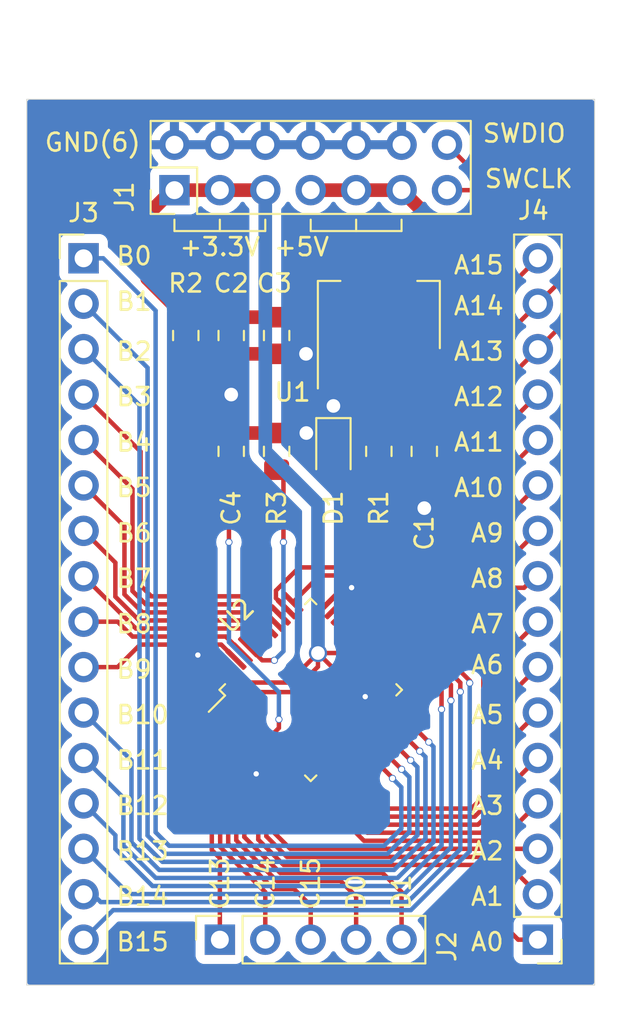
<source format=kicad_pcb>
(kicad_pcb (version 20221018) (generator pcbnew)
  (layers (0 "F.Cu" signal) (31 "B.Cu" signal) (34 "B.Paste" user) (35 "F.Paste" user) (36 "B.SilkS" user "B.Silkscreen") (37 "F.SilkS" user "F.Silkscreen") (38 "B.Mask" user) (39 "F.Mask" user) (44 "Edge.Cuts" user))
  (net 0 "")
  (net 1 "0")
  (net 2 "+5V")
  (net 3 "+3V3")
  (net 4 "Net-(C4-Pad1)")
  (net 5 "Net-(D1-Pad2)")
  (net 6 "Net-(J3-Pad16)")
  (net 7 "Net-(J3-Pad15)")
  (net 8 "Net-(J3-Pad14)")
  (net 9 "Net-(J3-Pad13)")
  (net 10 "Net-(J3-Pad12)")
  (net 11 "Net-(J3-Pad11)")
  (net 12 "Net-(J3-Pad10)")
  (net 13 "Net-(J3-Pad9)")
  (net 14 "Net-(J3-Pad8)")
  (net 15 "Net-(J3-Pad7)")
  (net 16 "Net-(J3-Pad6)")
  (net 17 "Net-(J3-Pad5)")
  (net 18 "Net-(J3-Pad4)")
  (net 19 "Net-(J3-Pad3)")
  (net 20 "Net-(J3-Pad2)")
  (net 21 "Net-(J3-Pad1)")
  (net 22 "Net-(J4-Pad1)")
  (net 23 "Net-(J4-Pad2)")
  (net 24 "Net-(J4-Pad3)")
  (net 25 "Net-(J4-Pad4)")
  (net 26 "Net-(J4-Pad5)")
  (net 27 "Net-(J4-Pad6)")
  (net 28 "Net-(J4-Pad7)")
  (net 29 "Net-(J4-Pad8)")
  (net 30 "Net-(J4-Pad9)")
  (net 31 "Net-(J4-Pad10)")
  (net 32 "Net-(J4-Pad11)")
  (net 33 "Net-(J4-Pad12)")
  (net 34 "Net-(J4-Pad13)")
  (net 35 "Net-(J4-Pad16)")
  (net 36 "Net-(R3-Pad1)")
  (net 37 "/SWDIO")
  (net 38 "/SWCLK")
  (net 39 "/PC13")
  (net 40 "/PC14")
  (net 41 "/PC15")
  (net 42 "/PD0")
  (net 43 "/PD1")
  (footprint "Capacitor_SMD:C_0805_2012Metric_Pad1.15x1.40mm_HandSolder" (layer "F.Cu") (at 135.89 86.36 -90)
    (fp_text reference "C1")
    (fp_text value "10uF")
  )
  (footprint "Capacitor_SMD:C_0805_2012Metric_Pad1.15x1.40mm_HandSolder" (layer "F.Cu") (at 125.095 86.36 90)
    (fp_text reference "C4")
    (fp_text value "0.1uF")
  )
  (footprint "Connector_PinSocket_2.54mm:PinSocket_1x05_P2.54mm_Vertical" (layer "F.Cu") (at 124.46 113.665 90)
    (fp_text reference "J2")
    (fp_text value "Conn_01x05")
  )
  (footprint "Connector_PinHeader_2.54mm:PinHeader_1x16_P2.54mm_Vertical" (layer "F.Cu") (at 142.24 113.665 180)
    (fp_text reference "J4")
    (fp_text value "Conn_01x16")
  )
  (footprint "Resistor_SMD:R_0805_2012Metric_Pad1.15x1.40mm_HandSolder" (layer "F.Cu") (at 133.35 86.36 -90)
    (fp_text reference "R1")
    (fp_text value "10k")
  )
  (footprint "Resistor_SMD:R_0805_2012Metric_Pad1.15x1.40mm_HandSolder" (layer "F.Cu") (at 127.635 86.36 90)
    (fp_text reference "R3")
    (fp_text value "10k")
  )
  (footprint "Package_TO_SOT_SMD:SOT-223" (layer "F.Cu") (at 133.35 78.74 90)
    (fp_text reference "U1")
    (fp_text value "AMS1117-3.3")
  )
  (footprint "Package_QFP:LQFP-48_7x7mm_P0.5mm" (layer "F.Cu") (at 129.54 99.695 45)
    (fp_text reference "U2")
    (fp_text value "STM32F103C8Tx")
  )
  (footprint "LED_SMD:LED_0805_2012Metric_Pad1.15x1.40mm_HandSolder" (layer "F.Cu") (at 130.81 86.36 -90)
    (fp_text reference "D1")
    (fp_text value "LED")
  )
  (footprint "Connector_PinHeader_2.54mm:PinHeader_2x07_P2.54mm_Vertical" (layer "F.Cu") (at 121.92 71.755 90)
    (fp_text reference "J1")
    (fp_text value "Conn_02x07_Top_Bottom")
  )
  (footprint "Connector_PinHeader_2.54mm:PinHeader_1x16_P2.54mm_Vertical" (layer "F.Cu") (at 116.84 75.565)
    (fp_text reference "J3")
    (fp_text value "Conn_01x16")
  )
  (footprint "Capacitor_SMD:C_0805_2012Metric_Pad1.15x1.40mm_HandSolder" (layer "F.Cu") (at 127.635 79.883 -90)
    (fp_text reference "C3")
    (fp_text value "0.1uF")
  )
  (footprint "Resistor_SMD:R_0805_2012Metric_Pad1.15x1.40mm_HandSolder" (layer "F.Cu") (at 122.555 79.883 -90)
    (fp_text reference "R2")
    (fp_text value "10k")
  )
  (footprint "Capacitor_SMD:C_0805_2012Metric_Pad1.15x1.40mm_HandSolder" (layer "F.Cu") (at 125.095 79.883 -90)
    (fp_text reference "C2")
    (fp_text value "10uF")
  )
  (gr_line (start 129.54 74.041) (end 134.62 74.041) (stroke (width 0.12)) (layer "F.SilkS"))
  (gr_line (start 134.62 74.041) (end 134.62 73.406) (stroke (width 0.12)) (layer "F.SilkS"))
  (gr_line (start 129.54 73.406) (end 129.54 74.041) (stroke (width 0.12)) (layer "F.SilkS"))
  (gr_line (start 132.08 74.041) (end 132.08 73.406) (stroke (width 0.12)) (layer "F.SilkS"))
  (gr_line (start 124.46 74.041) (end 124.46 73.406) (stroke (width 0.12)) (layer "F.SilkS"))
  (gr_line (start 127 74.041) (end 127 73.406) (stroke (width 0.12)) (layer "F.SilkS"))
  (gr_line (start 121.92 73.406) (end 121.92 74.041) (stroke (width 0.12)) (layer "F.SilkS"))
  (gr_line (start 121.92 74.041) (end 127 74.041) (stroke (width 0.12)) (layer "F.SilkS"))
  (gr_line (start 113.665 66.675) (end 113.665 116.205) (stroke (width 0.05)) (layer "Edge.Cuts"))
  (gr_line (start 144.78 116.205) (end 145.415 116.205) (stroke (width 0.05)) (layer "Edge.Cuts"))
  (gr_line (start 113.665 66.675) (end 145.415 66.675) (stroke (width 0.05)) (layer "Edge.Cuts"))
  (gr_line (start 113.665 116.205) (end 144.78 116.205) (stroke (width 0.05)) (layer "Edge.Cuts"))
  (gr_line (start 145.415 66.675) (end 145.415 116.205) (stroke (width 0.05)) (layer "Edge.Cuts"))
  (gr_text "A15" (at 138.938 75.946) (layer "F.SilkS") (effects (font (size 1 1))))
  (gr_text "A13" (at 138.938 80.772) (layer "F.SilkS") (effects (font (size 1 1))))
  (gr_text "A0" (at 139.414191 113.792) (layer "F.SilkS") (effects (font (size 1 1))))
  (gr_text "A12" (at 138.938 83.312) (layer "F.SilkS") (effects (font (size 1 1))))
  (gr_text "A11" (at 138.938 85.852) (layer "F.SilkS") (effects (font (size 1 1))))
  (gr_text "A14" (at 138.938 78.232) (layer "F.SilkS") (effects (font (size 1 1))))
  (gr_text "A5" (at 139.414191 101.092) (layer "F.SilkS") (effects (font (size 1 1))))
  (gr_text "A4" (at 139.414191 103.632) (layer "F.SilkS") (effects (font (size 1 1))))
  (gr_text "A6" (at 139.414191 98.298) (layer "F.SilkS") (effects (font (size 1 1))))
  (gr_text "A8" (at 139.414191 93.472) (layer "F.SilkS") (effects (font (size 1 1))))
  (gr_text "A2" (at 139.414191 108.712) (layer "F.SilkS") (effects (font (size 1 1))))
  (gr_text "A9" (at 139.414191 90.932) (layer "F.SilkS") (effects (font (size 1 1))))
  (gr_text "A7" (at 139.414191 96.012) (layer "F.SilkS") (effects (font (size 1 1))))
  (gr_text "A10" (at 138.938 88.392) (layer "F.SilkS") (effects (font (size 1 1))))
  (gr_text "A1" (at 139.414191 111.252) (layer "F.SilkS") (effects (font (size 1 1))))
  (gr_text "A3" (at 139.414191 106.172) (layer "F.SilkS") (effects (font (size 1 1))))
  (gr_text "B0" (at 119.665809 75.438) (layer "F.SilkS") (effects (font (size 1 1))))
  (gr_text "B11" (at 120.142 103.632) (layer "F.SilkS") (effects (font (size 1 1))))
  (gr_text "B10" (at 120.142 101.092) (layer "F.SilkS") (effects (font (size 1 1))))
  (gr_text "D1" (at 134.62 110.998 90) (layer "F.SilkS") (effects (font (size 1 1))))
  (gr_text "B2" (at 119.665809 80.772) (layer "F.SilkS") (effects (font (size 1 1))))
  (gr_text "B9" (at 119.665809 98.552) (layer "F.SilkS") (effects (font (size 1 1))))
  (gr_text "B5" (at 119.665809 88.392) (layer "F.SilkS") (effects (font (size 1 1))))
  (gr_text "B13" (at 120.142 108.712) (layer "F.SilkS") (effects (font (size 1 1))))
  (gr_text "B3" (at 119.665809 83.312) (layer "F.SilkS") (effects (font (size 1 1))))
  (gr_text "SWDIO" (at 141.478 68.58) (layer "F.SilkS") (effects (font (size 1 1))))
  (gr_text "+3.3V" (at 124.46 74.93) (layer "F.SilkS") (effects (font (size 1 1))))
  (gr_text "C14" (at 127 110.521809 90) (layer "F.SilkS") (effects (font (size 1 1))))
  (gr_text "B15" (at 120.142 113.792) (layer "F.SilkS") (effects (font (size 1 1))))
  (gr_text "B4" (at 119.665809 85.852) (layer "F.SilkS") (effects (font (size 1 1))))
  (gr_text "D0" (at 132.08 110.998 90) (layer "F.SilkS") (effects (font (size 1 1))))
  (gr_text "B7" (at 119.665809 93.472) (layer "F.SilkS") (effects (font (size 1 1))))
  (gr_text "B12" (at 120.142 106.172) (layer "F.SilkS") (effects (font (size 1 1))))
  (gr_text "B6" (at 119.665809 90.932) (layer "F.SilkS") (effects (font (size 1 1))))
  (gr_text "C13" (at 124.46 110.521809 90) (layer "F.SilkS") (effects (font (size 1 1))))
  (gr_text "B14" (at 120.142 111.252) (layer "F.SilkS") (effects (font (size 1 1))))
  (gr_text "B8" (at 119.665809 96.012) (layer "F.SilkS") (effects (font (size 1 1))))
  (gr_text "SWCLK" (at 141.732 71.12) (layer "F.SilkS") (effects (font (size 1 1))))
  (gr_text "C15" (at 129.54 110.521809 90) (layer "F.SilkS") (effects (font (size 1 1))))
  (gr_text "+5V" (at 129.032 74.93) (layer "F.SilkS") (effects (font (size 1 1))))
  (gr_text "GND(6)" (at 117.348 69.088) (layer "F.SilkS") (effects (font (size 1 1))))
  (gr_text "B1" (at 119.665809 77.978) (layer "F.SilkS") (effects (font (size 1 1))))
  (segment (start 135.89 89.535) (end 135.89 89.535) (width 0.762) (layer "F.Cu") (net 1))
  (segment (start 130.81 83.82) (end 130.81 82.13) (width 0.762) (layer "F.Cu") (net 1))
  (segment (start 129.295 85.335) (end 130.81 85.335) (width 0.762) (layer "F.Cu") (net 1))
  (segment (start 125.095 83.185) (end 125.095 80.908) (width 0.762) (layer "F.Cu") (net 1))
  (segment (start 129.277 80.908) (end 125.095 80.908) (width 0.762) (layer "F.Cu") (net 1))
  (segment (start 123.229543 97.750457) (end 123.229543 97.750457) (width 0.25) (layer "F.Cu") (net 1))
  (segment (start 126.492 104.394) (end 126.492 104.394) (width 0.25) (layer "F.Cu") (net 1))
  (segment (start 132.588 100.076) (end 132.588 100.076) (width 0.25) (layer "F.Cu") (net 1))
  (segment (start 131.826 93.98) (end 131.826 93.98) (width 0.25) (layer "F.Cu") (net 1))
  (segment (start 125.095 85.335) (end 129.295 85.335) (width 0.762) (layer "F.Cu") (net 1))
  (segment (start 135.89 87.385) (end 135.89 89.535) (width 0.762) (layer "F.Cu") (net 1))
  (segment (start 126.534797 104.351203) (end 126.492 104.394) (width 0.25) (layer "F.Cu") (net 1))
  (segment (start 133.10298 100.076) (end 132.588 100.076) (width 0.25) (layer "F.Cu") (net 1))
  (segment (start 131.491523 94.568477) (end 131.826 94.234) (width 0.25) (layer "F.Cu") (net 1))
  (segment (start 130.892342 95.160678) (end 131.484543 94.568477) (width 0.25) (layer "F.Cu") (net 1))
  (segment (start 130.81 85.335) (end 130.81 83.82) (width 0.762) (layer "F.Cu") (net 1))
  (segment (start 127.126998 103.168662) (end 126.534797 103.760863) (width 0.25) (layer "F.Cu") (net 1))
  (segment (start 124.413477 97.750457) (end 123.229543 97.750457) (width 0.25) (layer "F.Cu") (net 1))
  (segment (start 130.184 80.908) (end 129.277 80.908) (width 0.762) (layer "F.Cu") (net 1))
  (segment (start 131.05 81.774) (end 130.184 80.908) (width 0.762) (layer "F.Cu") (net 1))
  (segment (start 130.81 82.13) (end 131.05 81.89) (width 0.762) (layer "F.Cu") (net 1))
  (segment (start 125.005678 98.342658) (end 124.413477 97.750457) (width 0.25) (layer "F.Cu") (net 1))
  (segment (start 131.05 81.89) (end 131.05 81.774) (width 0.762) (layer "F.Cu") (net 1))
  (segment (start 126.534797 103.760863) (end 126.534797 104.351203) (width 0.25) (layer "F.Cu") (net 1))
  (segment (start 131.826 94.234) (end 131.826 93.98) (width 0.25) (layer "F.Cu") (net 1))
  (segment (start 134.074322 101.047342) (end 133.10298 100.076) (width 0.25) (layer "F.Cu") (net 1))
  (segment (start 125.095 85.335) (end 125.095 83.185) (width 0.762) (layer "F.Cu") (net 1))
  (segment (start 131.484543 94.568477) (end 131.491523 94.568477) (width 0.25) (layer "F.Cu") (net 1))
  (via (at 125.095 83.185) (size 1.016) (drill 0.762) (layers "F.Cu" "B.Cu") (net 1))
  (via (at 130.81 83.82) (size 1.016) (drill 0.762) (layers "F.Cu" "B.Cu") (net 1))
  (via (at 135.89 89.535) (size 1.016) (drill 0.762) (layers "F.Cu" "B.Cu") (net 1))
  (via (at 131.826 93.98) (size 0.4) (drill 0.3) (layers "F.Cu" "B.Cu") (net 1))
  (via (at 126.492 104.394) (size 0.4) (drill 0.3) (layers "F.Cu" "B.Cu") (net 1))
  (via (at 132.588 100.076) (size 0.4) (drill 0.3) (layers "F.Cu" "B.Cu") (net 1))
  (via (at 129.277 80.908) (size 1.016) (drill 0.762) (layers "F.Cu" "B.Cu") (net 1))
  (via (at 123.229543 97.750457) (size 0.4) (drill 0.3) (layers "F.Cu" "B.Cu") (net 1))
  (via (at 129.295 85.335) (size 1.016) (drill 0.762) (layers "F.Cu" "B.Cu") (net 1))
  (segment (start 137.16 79.557513) (end 137.16 74.295) (width 0.762) (layer "F.Cu") (net 2))
  (segment (start 135.65 81.89) (end 135.65 81.067513) (width 0.762) (layer "F.Cu") (net 2))
  (segment (start 137.16 74.295) (end 134.62 71.755) (width 0.762) (layer "F.Cu") (net 2))
  (segment (start 135.65 81.89) (end 135.65 85.095) (width 0.762) (layer "F.Cu") (net 2))
  (segment (start 135.65 85.095) (end 135.89 85.335) (width 0.762) (layer "F.Cu") (net 2))
  (segment (start 129.54 71.755) (end 134.62 71.755) (width 0.762) (layer "F.Cu") (net 2))
  (segment (start 135.65 81.067513) (end 137.16 79.557513) (width 0.762) (layer "F.Cu") (net 2))
  (segment (start 133.35 83.82) (end 133.35 85.335) (width 0.762) (layer "F.Cu") (net 3))
  (segment (start 124.652124 98.696212) (end 125.244325 99.288413) (width 0.25) (layer "F.Cu") (net 3))
  (segment (start 132.08 78.858) (end 128.435 78.858) (width 0.762) (layer "F.Cu") (net 3))
  (segment (start 130.556 100.446766) (end 127.480551 103.522215) (width 0.25) (layer "F.Cu") (net 3))
  (segment (start 130.538788 94.807124) (end 129.946587 95.399325) (width 0.25) (layer "F.Cu") (net 3))
  (segment (start 120.396 73.152) (end 121.793 71.755) (width 0.762) (layer "F.Cu") (net 3))
  (segment (start 133.35 81.89) (end 133.35 80.128) (width 0.762) (layer "F.Cu") (net 3))
  (segment (start 130.81 100.192766) (end 130.556 100.446766) (width 0.25) (layer "F.Cu") (net 3))
  (segment (start 122.555 78.858) (end 120.396 76.699) (width 0.762) (layer "F.Cu") (net 3))
  (segment (start 120.396 76.699) (end 120.396 73.152) (width 0.762) (layer "F.Cu") (net 3))
  (segment (start 125.476 99.822) (end 128.524 99.822) (width 0.25) (layer "F.Cu") (net 3))
  (segment (start 125.244325 100.053675) (end 125.476 99.822) (width 0.25) (layer "F.Cu") (net 3))
  (segment (start 133.35 80.128) (end 132.08 78.858) (width 0.762) (layer "F.Cu") (net 3))
  (segment (start 129.946587 97.637413) (end 131.371501 97.637413) (width 0.25) (layer "F.Cu") (net 3))
  (segment (start 131.371501 97.637413) (end 134.427876 100.693788) (width 0.25) (layer "F.Cu") (net 3))
  (segment (start 129.946587 97.637413) (end 130.81 98.500826) (width 0.25) (layer "F.Cu") (net 3))
  (segment (start 129.946587 98.399413) (end 129.946587 97.637413) (width 0.25) (layer "F.Cu") (net 3))
  (segment (start 125.244325 100.101587) (end 125.244325 100.053675) (width 0.25) (layer "F.Cu") (net 3))
  (segment (start 133.35 81.89) (end 133.35 83.82) (width 0.762) (layer "F.Cu") (net 3))
  (segment (start 122.555 78.858) (end 127.635 78.858) (width 0.762) (layer "F.Cu") (net 3))
  (segment (start 130.81 98.500826) (end 130.81 100.192766) (width 0.25) (layer "F.Cu") (net 3))
  (segment (start 121.793 71.755) (end 121.92 71.755) (width 0.762) (layer "F.Cu") (net 3))
  (segment (start 129.438588 98.145412) (end 129.946587 97.637413) (width 0.25) (layer "F.Cu") (net 3))
  (segment (start 128.435 78.858) (end 127.635 78.858) (width 0.762) (layer "F.Cu") (net 3))
  (segment (start 128.524 99.822) (end 129.946587 98.399413) (width 0.25) (layer "F.Cu") (net 3))
  (segment (start 124.652124 100.693788) (end 125.244325 100.101587) (width 0.25) (layer "F.Cu") (net 3))
  (segment (start 125.244325 99.288413) (end 128.295587 99.288413) (width 0.25) (layer "F.Cu") (net 3))
  (segment (start 121.92 71.755) (end 127 71.755) (width 0.762) (layer "F.Cu") (net 3))
  (segment (start 129.946587 95.399325) (end 129.946587 97.637413) (width 0.25) (layer "F.Cu") (net 3))
  (segment (start 128.295587 99.288413) (end 129.438588 98.145412) (width 0.25) (layer "F.Cu") (net 3))
  (via (at 129.946587 97.637413) (size 1.016) (drill 0.762) (layers "F.Cu" "B.Cu") (net 3))
  (segment (start 127 86.36) (end 129.946587 89.306587) (width 0.762) (layer "B.Cu") (net 3))
  (segment (start 129.946587 89.306587) (end 129.946587 97.637413) (width 0.762) (layer "B.Cu") (net 3))
  (segment (start 127 71.755) (end 127 86.36) (width 0.762) (layer "B.Cu") (net 3))
  (segment (start 126.773445 102.815109) (end 127.762 101.826554) (width 0.25) (layer "F.Cu") (net 4))
  (segment (start 122.555 85.645) (end 122.555 81.583) (width 0.25) (layer "F.Cu") (net 4))
  (segment (start 124.295 87.385) (end 122.555 85.645) (width 0.25) (layer "F.Cu") (net 4))
  (segment (start 124.968 87.512) (end 125.095 87.385) (width 0.25) (layer "F.Cu") (net 4))
  (segment (start 124.968 91.44) (end 124.968 87.512) (width 0.25) (layer "F.Cu") (net 4))
  (segment (start 122.555 81.583) (end 122.555 80.908) (width 0.25) (layer "F.Cu") (net 4))
  (segment (start 127.762 101.826554) (end 127.762 101.346) (width 0.25) (layer "F.Cu") (net 4))
  (segment (start 125.095 87.385) (end 124.295 87.385) (width 0.25) (layer "F.Cu") (net 4))
  (via (at 127.762 101.346) (size 0.4) (drill 0.3) (layers "F.Cu" "B.Cu") (net 4))
  (via (at 124.968 91.44) (size 0.4) (drill 0.3) (layers "F.Cu" "B.Cu") (net 4))
  (segment (start 124.968 91.44) (end 124.968 91.44) (width 0.25) (layer "B.Cu") (net 4))
  (segment (start 124.968 97.028) (end 127.762 99.822) (width 0.25) (layer "B.Cu") (net 4))
  (segment (start 124.968 91.44) (end 124.968 97.028) (width 0.25) (layer "B.Cu") (net 4))
  (segment (start 127.762 99.822) (end 127.762 101.346) (width 0.25) (layer "B.Cu") (net 4))
  (segment (start 130.81 87.385) (end 133.35 87.385) (width 0.25) (layer "F.Cu") (net 5))
  (segment (start 138.43 99.18277) (end 138.43 99.18277) (width 0.25) (layer "F.Cu") (net 6))
  (segment (start 138.43 99.314) (end 138.43 99.314) (width 0.25) (layer "F.Cu") (net 6))
  (segment (start 134.170775 96.831991) (end 136.079221 96.831991) (width 0.25) (layer "F.Cu") (net 6))
  (segment (start 138.43 99.18277) (end 138.43 99.314) (width 0.25) (layer "F.Cu") (net 6))
  (segment (start 133.367215 97.635551) (end 134.170775 96.831991) (width 0.25) (layer "F.Cu") (net 6))
  (segment (start 133.367215 97.635551) (end 133.402557 97.635551) (width 0.25) (layer "F.Cu") (net 6))
  (segment (start 136.079221 96.831991) (end 138.43 99.18277) (width 0.25) (layer "F.Cu") (net 6))
  (via (at 138.43 99.314) (size 0.4) (drill 0.3) (layers "F.Cu" "B.Cu") (net 6))
  (segment (start 118.491 112.014) (end 135.139279 112.014) (width 0.25) (layer "B.Cu") (net 6))
  (segment (start 135.139279 112.014) (end 138.43 108.723279) (width 0.25) (layer "B.Cu") (net 6))
  (segment (start 116.84 113.665) (end 118.491 112.014) (width 0.25) (layer "B.Cu") (net 6))
  (segment (start 138.43 108.723279) (end 138.43 108.204) (width 0.25) (layer "B.Cu") (net 6))
  (segment (start 138.43 108.204) (end 138.43 99.314) (width 0.25) (layer "B.Cu") (net 6))
  (segment (start 137.904999 99.804999) (end 137.904999 99.804999) (width 0.25) (layer "F.Cu") (net 7))
  (segment (start 133.720769 97.989105) (end 134.427874 97.282) (width 0.25) (layer "F.Cu") (net 7))
  (segment (start 135.89282 97.282) (end 137.668 99.05718) (width 0.25) (layer "F.Cu") (net 7))
  (segment (start 134.427874 97.282) (end 135.89282 97.282) (width 0.25) (layer "F.Cu") (net 7))
  (segment (start 137.668 99.05718) (end 137.668 99.06) (width 0.25) (layer "F.Cu") (net 7))
  (segment (start 137.904999 99.296999) (end 137.904999 99.804999) (width 0.25) (layer "F.Cu") (net 7))
  (segment (start 137.668 99.06) (end 137.904999 99.296999) (width 0.25) (layer "F.Cu") (net 7))
  (via (at 137.904999 99.804999) (size 0.4) (drill 0.3) (layers "F.Cu" "B.Cu") (net 7))
  (segment (start 134.952882 111.563988) (end 137.904999 108.611871) (width 0.25) (layer "B.Cu") (net 7))
  (segment (start 134.42399 111.56399) (end 117.79801 111.56399) (width 0.25) (layer "B.Cu") (net 7))
  (segment (start 137.904999 108.611871) (end 137.904999 108.186999) (width 0.25) (layer "B.Cu") (net 7))
  (segment (start 117.79801 111.56399) (end 117.35902 111.125) (width 0.25) (layer "B.Cu") (net 7))
  (segment (start 134.42399 111.56399) (end 134.952882 111.563988) (width 0.25) (layer "B.Cu") (net 7))
  (segment (start 137.904999 99.804999) (end 137.904999 108.186999) (width 0.25) (layer "B.Cu") (net 7))
  (segment (start 117.35902 111.125) (end 116.84 111.125) (width 0.25) (layer "B.Cu") (net 7))
  (segment (start 137.379998 100.295998) (end 137.379998 100.295998) (width 0.25) (layer "F.Cu") (net 8))
  (segment (start 136.652 98.67759) (end 136.906 98.93159) (width 0.25) (layer "F.Cu") (net 8))
  (segment (start 136.906 98.93159) (end 137.21799 99.24358) (width 0.25) (layer "F.Cu") (net 8))
  (segment (start 134.109664 98.342658) (end 134.701866 97.750456) (width 0.25) (layer "F.Cu") (net 8))
  (segment (start 134.701866 97.750456) (end 135.724867 97.750457) (width 0.25) (layer "F.Cu") (net 8))
  (segment (start 135.724867 97.750457) (end 136.652 98.67759) (width 0.25) (layer "F.Cu") (net 8))
  (segment (start 137.21799 99.2464) (end 137.379998 99.408408) (width 0.25) (layer "F.Cu") (net 8))
  (segment (start 137.379998 99.408408) (end 137.379998 100.295998) (width 0.25) (layer "F.Cu") (net 8))
  (segment (start 134.074322 98.342658) (end 134.109664 98.342658) (width 0.25) (layer "F.Cu") (net 8))
  (segment (start 137.21799 99.24358) (end 137.21799 99.2464) (width 0.25) (layer "F.Cu") (net 8))
  (via (at 137.379998 100.295998) (size 0.4) (drill 0.3) (layers "F.Cu" "B.Cu") (net 8))
  (segment (start 137.379998 100.295998) (end 137.379998 108.500462) (width 0.25) (layer "B.Cu") (net 8))
  (segment (start 137.379998 108.500462) (end 134.766481 111.113979) (width 0.25) (layer "B.Cu") (net 8))
  (segment (start 119.368979 111.113979) (end 116.84 108.585) (width 0.25) (layer "B.Cu") (net 8))
  (segment (start 134.766481 111.113979) (end 119.368979 111.113979) (width 0.25) (layer "B.Cu") (net 8))
  (segment (start 136.854997 100.786997) (end 136.854997 100.786997) (width 0.25) (layer "F.Cu") (net 9))
  (segment (start 135.099944 98.200466) (end 134.88828 98.200466) (width 0.25) (layer "F.Cu") (net 9))
  (segment (start 136.144 98.806) (end 136.854997 99.516997) (width 0.25) (layer "F.Cu") (net 9))
  (segment (start 135.538466 98.200466) (end 136.144 98.806) (width 0.25) (layer "F.Cu") (net 9))
  (segment (start 134.88828 98.200466) (end 134.705373 98.383373) (width 0.25) (layer "F.Cu") (net 9))
  (segment (start 136.854997 99.516997) (end 136.854997 100.786997) (width 0.25) (layer "F.Cu") (net 9))
  (segment (start 135.099944 98.200466) (end 135.538466 98.200466) (width 0.25) (layer "F.Cu") (net 9))
  (via (at 136.854997 100.786997) (size 0.4) (drill 0.3) (layers "F.Cu" "B.Cu") (net 9))
  (segment (start 134.58008 110.66397) (end 136.854997 108.389053) (width 0.25) (layer "B.Cu") (net 9))
  (segment (start 120.69274 110.66397) (end 134.58008 110.66397) (width 0.25) (layer "B.Cu") (net 9))
  (segment (start 116.84 106.045) (end 118.618 107.823) (width 0.25) (layer "B.Cu") (net 9))
  (segment (start 136.854997 107.898997) (end 136.854997 100.786997) (width 0.25) (layer "B.Cu") (net 9))
  (segment (start 118.618 108.58923) (end 120.69274 110.66397) (width 0.25) (layer "B.Cu") (net 9))
  (segment (start 136.854997 108.389053) (end 136.854997 107.898997) (width 0.25) (layer "B.Cu") (net 9))
  (segment (start 118.618 107.823) (end 118.618 108.58923) (width 0.25) (layer "B.Cu") (net 9))
  (segment (start 136.144 102.616) (end 136.144 102.616) (width 0.25) (layer "F.Cu") (net 10))
  (segment (start 136.144 102.616) (end 136.144 102.616) (width 0.25) (layer "F.Cu") (net 10))
  (segment (start 135.636 102.108) (end 136.144 102.616) (width 0.25) (layer "F.Cu") (net 10))
  (segment (start 134.427874 102.108) (end 135.636 102.108) (width 0.25) (layer "F.Cu") (net 10))
  (segment (start 133.720769 101.400895) (end 134.427874 102.108) (width 0.25) (layer "F.Cu") (net 10))
  (via (at 136.144 102.616) (size 0.4) (drill 0.3) (layers "F.Cu" "B.Cu") (net 10))
  (segment (start 136.404985 108.202655) (end 136.404985 107.702989) (width 0.25) (layer "B.Cu") (net 10))
  (segment (start 121.64396 110.21396) (end 134.393681 110.213959) (width 0.25) (layer "B.Cu") (net 10))
  (segment (start 120.879138 110.213958) (end 121.64396 110.21396) (width 0.25) (layer "B.Cu") (net 10))
  (segment (start 119.06801 105.73301) (end 119.06801 108.40283) (width 0.25) (layer "B.Cu") (net 10))
  (segment (start 119.06801 108.40283) (end 120.879138 110.213958) (width 0.25) (layer "B.Cu") (net 10))
  (segment (start 136.404985 107.702989) (end 136.404987 107.702987) (width 0.25) (layer "B.Cu") (net 10))
  (segment (start 134.393681 110.213959) (end 136.404985 108.202655) (width 0.25) (layer "B.Cu") (net 10))
  (segment (start 136.404987 107.702987) (end 136.404987 102.876987) (width 0.25) (layer "B.Cu") (net 10))
  (segment (start 136.404987 102.876987) (end 136.144 102.616) (width 0.25) (layer "B.Cu") (net 10))
  (segment (start 116.84 103.505) (end 119.06801 105.73301) (width 0.25) (layer "B.Cu") (net 10))
  (segment (start 133.367215 101.754449) (end 134.170776 102.55801) (width 0.25) (layer "F.Cu") (net 11))
  (segment (start 134.170776 102.55801) (end 135.07001 102.55801) (width 0.25) (layer "F.Cu") (net 11))
  (segment (start 135.07001 102.55801) (end 135.636 103.124) (width 0.25) (layer "F.Cu") (net 11))
  (via (at 135.636 103.124) (size 0.4) (drill 0.3) (layers "F.Cu" "B.Cu") (net 11))
  (segment (start 134.20728 109.76395) (end 121.065539 109.763949) (width 0.25) (layer "B.Cu") (net 11))
  (segment (start 135.954977 103.442977) (end 135.954977 107.760977) (width 0.25) (layer "B.Cu") (net 11))
  (segment (start 135.954976 108.016254) (end 134.20728 109.76395) (width 0.25) (layer "B.Cu") (net 11))
  (segment (start 119.51802 108.21643) (end 119.51802 103.64302) (width 0.25) (layer "B.Cu") (net 11))
  (segment (start 118.5545 102.6795) (end 116.84 100.965) (width 0.25) (layer "B.Cu") (net 11))
  (segment (start 119.51802 103.64302) (end 118.5545 102.6795) (width 0.25) (layer "B.Cu") (net 11))
  (segment (start 135.954977 107.760977) (end 135.954976 108.016254) (width 0.25) (layer "B.Cu") (net 11))
  (segment (start 135.636 103.124) (end 135.954977 103.442977) (width 0.25) (layer "B.Cu") (net 11))
  (segment (start 121.065539 109.763949) (end 119.51802 108.21643) (width 0.25) (layer "B.Cu") (net 11))
  (segment (start 118.618 102.743) (end 118.5545 102.6795) (width 0.25) (layer "B.Cu") (net 11))
  (segment (start 135.954976 103.681974) (end 135.954976 108.016254) (width 0.25) (layer "B.Cu") (net 11))
  (segment (start 120.003981 97.166019) (end 124.536145 97.166019) (width 0.25) (layer "F.Cu") (net 12))
  (segment (start 124.536145 97.166019) (end 125.359231 97.989105) (width 0.25) (layer "F.Cu") (net 12))
  (segment (start 116.84 98.425) (end 118.745 98.425) (width 0.25) (layer "F.Cu") (net 12))
  (segment (start 118.745 98.425) (end 120.003981 97.166019) (width 0.25) (layer "F.Cu") (net 12))
  (segment (start 119.576009 96.716009) (end 118.745 95.885) (width 0.25) (layer "F.Cu") (net 13))
  (segment (start 125.163617 97.086383) (end 125.024128 96.946894) (width 0.25) (layer "F.Cu") (net 13))
  (segment (start 124.793244 96.71601) (end 119.576009 96.716009) (width 0.25) (layer "F.Cu") (net 13))
  (segment (start 118.745 95.885) (end 116.84 95.885) (width 0.25) (layer "F.Cu") (net 13))
  (segment (start 125.712785 97.635551) (end 125.163617 97.086383) (width 0.25) (layer "F.Cu") (net 13))
  (segment (start 125.163617 97.086383) (end 124.793244 96.71601) (width 0.25) (layer "F.Cu") (net 13))
  (segment (start 125.757446 96.266) (end 119.76241 96.266) (width 0.25) (layer "F.Cu") (net 14))
  (segment (start 119.76241 96.266) (end 117.691409 94.194999) (width 0.25) (layer "F.Cu") (net 14))
  (segment (start 117.691409 94.194999) (end 117.689999 94.194999) (width 0.25) (layer "F.Cu") (net 14))
  (segment (start 117.689999 94.194999) (end 116.84 93.345) (width 0.25) (layer "F.Cu") (net 14))
  (segment (start 126.419891 96.928445) (end 125.757446 96.266) (width 0.25) (layer "F.Cu") (net 14))
  (segment (start 118.618 92.583) (end 116.84 90.805) (width 0.25) (layer "F.Cu") (net 15))
  (segment (start 119.94881 95.81599) (end 118.618 94.48518) (width 0.25) (layer "F.Cu") (net 15))
  (segment (start 126.181244 95.98269) (end 126.110546 95.98269) (width 0.25) (layer "F.Cu") (net 15))
  (segment (start 126.773445 96.574891) (end 126.181244 95.98269) (width 0.25) (layer "F.Cu") (net 15))
  (segment (start 126.110546 95.98269) (end 125.943846 95.81599) (width 0.25) (layer "F.Cu") (net 15))
  (segment (start 118.618 94.48518) (end 118.618 92.583) (width 0.25) (layer "F.Cu") (net 15))
  (segment (start 125.943846 95.81599) (end 119.94881 95.81599) (width 0.25) (layer "F.Cu") (net 15))
  (segment (start 119.126 94.35677) (end 119.126 90.551) (width 0.25) (layer "F.Cu") (net 16))
  (segment (start 119.126 90.551) (end 116.84 88.265) (width 0.25) (layer "F.Cu") (net 16))
  (segment (start 126.27164 95.36598) (end 120.13521 95.36598) (width 0.25) (layer "F.Cu") (net 16))
  (segment (start 120.13521 95.36598) (end 119.126 94.35677) (width 0.25) (layer "F.Cu") (net 16))
  (segment (start 127.126998 96.221338) (end 126.27164 95.36598) (width 0.25) (layer "F.Cu") (net 16))
  (segment (start 127.480551 95.867785) (end 126.528736 94.91597) (width 0.25) (layer "F.Cu") (net 17))
  (segment (start 117.689999 86.574999) (end 116.84 85.725) (width 0.25) (layer "F.Cu") (net 17))
  (segment (start 119.57601 88.46101) (end 117.689999 86.574999) (width 0.25) (layer "F.Cu") (net 17))
  (segment (start 120.32161 94.91597) (end 119.57601 94.17037) (width 0.25) (layer "F.Cu") (net 17))
  (segment (start 119.57601 94.17037) (end 119.57601 88.46101) (width 0.25) (layer "F.Cu") (net 17))
  (segment (start 126.528736 94.91597) (end 120.32161 94.91597) (width 0.25) (layer "F.Cu") (net 17))
  (segment (start 120.02602 86.37102) (end 116.84 83.185) (width 0.25) (layer "F.Cu") (net 18))
  (segment (start 120.62796 94.46596) (end 120.02602 93.86402) (width 0.25) (layer "F.Cu") (net 18))
  (segment (start 126.785834 94.46596) (end 120.62796 94.46596) (width 0.25) (layer "F.Cu") (net 18))
  (segment (start 120.02602 93.86402) (end 120.02602 86.37102) (width 0.25) (layer "F.Cu") (net 18))
  (segment (start 127.834105 95.514231) (end 126.785834 94.46596) (width 0.25) (layer "F.Cu") (net 18))
  (segment (start 133.91368 103.00802) (end 134.50402 103.00802) (width 0.25) (layer "F.Cu") (net 19))
  (segment (start 133.013662 102.108002) (end 133.91368 103.00802) (width 0.25) (layer "F.Cu") (net 19))
  (segment (start 134.50402 103.00802) (end 135.128 103.632) (width 0.25) (layer "F.Cu") (net 19))
  (via (at 135.128 103.632) (size 0.4) (drill 0.3) (layers "F.Cu" "B.Cu") (net 19))
  (segment (start 119.96803 83.77303) (end 119.96803 108.03003) (width 0.25) (layer "B.Cu") (net 19))
  (segment (start 135.504967 107.829853) (end 135.504967 104.008967) (width 0.25) (layer "B.Cu") (net 19))
  (segment (start 135.504967 104.008967) (end 135.128 103.632) (width 0.25) (layer "B.Cu") (net 19))
  (segment (start 119.96803 108.03003) (end 121.25194 109.31394) (width 0.25) (layer "B.Cu") (net 19))
  (segment (start 121.25194 109.31394) (end 134.02088 109.31394) (width 0.25) (layer "B.Cu") (net 19))
  (segment (start 116.84 80.645) (end 119.96803 83.77303) (width 0.25) (layer "B.Cu") (net 19))
  (segment (start 134.02088 109.31394) (end 135.504967 107.829853) (width 0.25) (layer "B.Cu") (net 19))
  (segment (start 133.93803 103.45803) (end 134.62 104.14) (width 0.25) (layer "F.Cu") (net 20))
  (segment (start 132.660109 102.461555) (end 133.656584 103.45803) (width 0.25) (layer "F.Cu") (net 20))
  (segment (start 133.656584 103.45803) (end 133.93803 103.45803) (width 0.25) (layer "F.Cu") (net 20))
  (via (at 134.62 104.14) (size 0.4) (drill 0.3) (layers "F.Cu" "B.Cu") (net 20))
  (segment (start 120.41804 81.68304) (end 120.41804 107.84363) (width 0.25) (layer "B.Cu") (net 20))
  (segment (start 120.41804 107.84363) (end 121.43834 108.86393) (width 0.25) (layer "B.Cu") (net 20))
  (segment (start 135.054957 107.643453) (end 135.054957 104.574957) (width 0.25) (layer "B.Cu") (net 20))
  (segment (start 133.834481 108.863929) (end 135.054957 107.643453) (width 0.25) (layer "B.Cu") (net 20))
  (segment (start 121.43834 108.86393) (end 133.834481 108.863929) (width 0.25) (layer "B.Cu") (net 20))
  (segment (start 116.84 78.105) (end 120.41804 81.68304) (width 0.25) (layer "B.Cu") (net 20))
  (segment (start 135.054957 104.574957) (end 134.62 104.14) (width 0.25) (layer "B.Cu") (net 20))
  (segment (start 132.306555 102.815109) (end 134.112 104.620554) (width 0.25) (layer "F.Cu") (net 21))
  (segment (start 134.112 104.620554) (end 134.112 104.648) (width 0.25) (layer "F.Cu") (net 21))
  (via (at 134.112 104.648) (size 0.4) (drill 0.3) (layers "F.Cu" "B.Cu") (net 21))
  (segment (start 117.94 75.565) (end 116.84 75.565) (width 0.25) (layer "B.Cu") (net 21))
  (segment (start 120.86805 78.49305) (end 117.94 75.565) (width 0.25) (layer "B.Cu") (net 21))
  (segment (start 133.64808 108.41392) (end 133.604 108.41392) (width 0.25) (layer "B.Cu") (net 21))
  (segment (start 121.62474 108.41392) (end 120.86805 107.65723) (width 0.25) (layer "B.Cu") (net 21))
  (segment (start 133.604 108.41392) (end 124.16192 108.41392) (width 0.25) (layer "B.Cu") (net 21))
  (segment (start 134.604947 105.140947) (end 134.604947 107.457053) (width 0.25) (layer "B.Cu") (net 21))
  (segment (start 124.16192 108.41392) (end 123.952 108.41392) (width 0.25) (layer "B.Cu") (net 21))
  (segment (start 120.86805 107.65723) (end 120.86805 78.49305) (width 0.25) (layer "B.Cu") (net 21))
  (segment (start 134.604947 107.457053) (end 133.64808 108.41392) (width 0.25) (layer "B.Cu") (net 21))
  (segment (start 124.16192 108.41392) (end 121.62474 108.41392) (width 0.25) (layer "B.Cu") (net 21))
  (segment (start 134.112 104.648) (end 134.604947 105.140947) (width 0.25) (layer "B.Cu") (net 21))
  (segment (start 140.462 109.98341) (end 140.462 112.987) (width 0.25) (layer "F.Cu") (net 22))
  (segment (start 127.834105 103.911109) (end 126.60798 105.137234) (width 0.25) (layer "F.Cu") (net 22))
  (segment (start 126.60798 105.137234) (end 126.60798 108.0688) (width 0.25) (layer "F.Cu") (net 22))
  (segment (start 139.96361 109.48502) (end 140.462 109.98341) (width 0.25) (layer "F.Cu") (net 22))
  (segment (start 127.834105 103.875769) (end 127.834105 103.911109) (width 0.25) (layer "F.Cu") (net 22))
  (segment (start 128.0242 109.48502) (end 139.96361 109.48502) (width 0.25) (layer "F.Cu") (net 22))
  (segment (start 141.14 113.665) (end 142.24 113.665) (width 0.25) (layer "F.Cu") (net 22))
  (segment (start 126.60798 108.0688) (end 128.0242 109.48502) (width 0.25) (layer "F.Cu") (net 22))
  (segment (start 140.462 112.987) (end 141.14 113.665) (width 0.25) (layer "F.Cu") (net 22))
  (segment (start 127.05799 105.394332) (end 128.187658 104.264664) (width 0.25) (layer "F.Cu") (net 23))
  (segment (start 140.15001 109.03501) (end 142.24 111.125) (width 0.25) (layer "F.Cu") (net 23))
  (segment (start 128.187658 104.264664) (end 128.187658 104.229322) (width 0.25) (layer "F.Cu") (net 23))
  (segment (start 128.2106 109.03501) (end 140.15001 109.03501) (width 0.25) (layer "F.Cu") (net 23))
  (segment (start 127.057991 107.882401) (end 128.2106 109.03501) (width 0.25) (layer "F.Cu") (net 23))
  (segment (start 127.05799 105.394332) (end 127.057991 107.882401) (width 0.25) (layer "F.Cu") (net 23))
  (segment (start 127.508 107.696) (end 128.397 108.585) (width 0.25) (layer "F.Cu") (net 24))
  (segment (start 127.508 105.616088) (end 127.508 107.696) (width 0.25) (layer "F.Cu") (net 24))
  (segment (start 128.541212 104.582876) (end 127.508 105.616088) (width 0.25) (layer "F.Cu") (net 24))
  (segment (start 128.397 108.585) (end 142.24 108.585) (width 0.25) (layer "F.Cu") (net 24))
  (segment (start 131.130989 106.746989) (end 132.51899 108.13499) (width 0.25) (layer "F.Cu") (net 25))
  (segment (start 131.130989 105.175077) (end 131.130989 106.746989) (width 0.25) (layer "F.Cu") (net 25))
  (segment (start 132.51899 108.13499) (end 140.15001 108.13499) (width 0.25) (layer "F.Cu") (net 25))
  (segment (start 140.15001 108.13499) (end 142.24 106.045) (width 0.25) (layer "F.Cu") (net 25))
  (segment (start 130.538788 104.582876) (end 131.130989 105.175077) (width 0.25) (layer "F.Cu") (net 25))
  (segment (start 140.542029 106.223201) (end 140.542029 105.202971) (width 0.25) (layer "F.Cu") (net 26))
  (segment (start 140.542029 105.202971) (end 142.24 103.505) (width 0.25) (layer "F.Cu") (net 26))
  (segment (start 131.580999 106.560589) (end 132.70539 107.68498) (width 0.25) (layer "F.Cu") (net 26))
  (segment (start 132.70539 107.68498) (end 139.080251 107.684979) (width 0.25) (layer "F.Cu") (net 26))
  (segment (start 131.580999 104.917979) (end 131.580999 106.560589) (width 0.25) (layer "F.Cu") (net 26))
  (segment (start 130.892342 104.229322) (end 131.580999 104.917979) (width 0.25) (layer "F.Cu") (net 26))
  (segment (start 139.080251 107.684979) (end 140.542029 106.223201) (width 0.25) (layer "F.Cu") (net 26))
  (segment (start 132.031009 104.660883) (end 132.031009 106.123009) (width 0.25) (layer "F.Cu") (net 27))
  (segment (start 140.6525 102.5525) (end 142.24 100.965) (width 0.25) (layer "F.Cu") (net 27))
  (segment (start 139.95541 106.17341) (end 140.092019 106.036801) (width 0.25) (layer "F.Cu") (net 27))
  (segment (start 138.89385 107.23497) (end 139.95541 106.17341) (width 0.25) (layer "F.Cu") (net 27))
  (segment (start 140.092019 103.112981) (end 140.6525 102.5525) (width 0.25) (layer "F.Cu") (net 27))
  (segment (start 132.031009 106.123009) (end 133.14297 107.23497) (width 0.25) (layer "F.Cu") (net 27))
  (segment (start 131.245895 103.875769) (end 132.031009 104.660883) (width 0.25) (layer "F.Cu") (net 27))
  (segment (start 140.60002 102.60498) (end 140.6525 102.5525) (width 0.25) (layer "F.Cu") (net 27))
  (segment (start 140.092019 106.036801) (end 140.092019 103.112981) (width 0.25) (layer "F.Cu") (net 27))
  (segment (start 133.14297 107.23497) (end 138.89385 107.23497) (width 0.25) (layer "F.Cu") (net 27))
  (segment (start 131.599449 103.522215) (end 132.481019 104.403785) (width 0.25) (layer "F.Cu") (net 28))
  (segment (start 139.510205 105.982205) (end 139.64201 105.8504) (width 0.25) (layer "F.Cu") (net 28))
  (segment (start 139.64201 105.8504) (end 139.64201 101.02299) (width 0.25) (layer "F.Cu") (net 28))
  (segment (start 132.481019 105.936609) (end 133.32937 106.78496) (width 0.25) (layer "F.Cu") (net 28))
  (segment (start 138.707451 106.784959) (end 139.510205 105.982205) (width 0.25) (layer "F.Cu") (net 28))
  (segment (start 139.64201 101.02299) (end 140.15001 100.51499) (width 0.25) (layer "F.Cu") (net 28))
  (segment (start 132.481019 104.403785) (end 132.481019 105.936609) (width 0.25) (layer "F.Cu") (net 28))
  (segment (start 140.15001 100.51499) (end 142.24 98.425) (width 0.25) (layer "F.Cu") (net 28))
  (segment (start 133.32937 106.78496) (end 138.707451 106.784959) (width 0.25) (layer "F.Cu") (net 28))
  (segment (start 132.931028 104.146688) (end 132.931029 104.217385) (width 0.25) (layer "F.Cu") (net 29))
  (segment (start 132.931028 105.750208) (end 133.51577 106.33495) (width 0.25) (layer "F.Cu") (net 29))
  (segment (start 139.192 105.664) (end 139.192 98.933) (width 0.25) (layer "F.Cu") (net 29))
  (segment (start 133.51577 106.33495) (end 138.52105 106.33495) (width 0.25) (layer "F.Cu") (net 29))
  (segment (start 131.953002 103.168662) (end 132.931028 104.146688) (width 0.25) (layer "F.Cu") (net 29))
  (segment (start 138.52105 106.33495) (end 139.192 105.664) (width 0.25) (layer "F.Cu") (net 29))
  (segment (start 139.192 98.933) (end 139.7 98.425) (width 0.25) (layer "F.Cu") (net 29))
  (segment (start 132.931028 104.146688) (end 132.931028 105.750208) (width 0.25) (layer "F.Cu") (net 29))
  (segment (start 139.7 98.425) (end 142.24 95.885) (width 0.25) (layer "F.Cu") (net 29))
  (segment (start 141.469542 93.988458) (end 142.113 93.345) (width 0.25) (layer "F.Cu") (net 30))
  (segment (start 133.984375 96.381981) (end 138.060019 96.381981) (width 0.25) (layer "F.Cu") (net 30))
  (segment (start 138.314019 96.381981) (end 138.314021 96.381979) (width 0.25) (layer "F.Cu") (net 30))
  (segment (start 138.060019 96.381981) (end 138.314019 96.381981) (width 0.25) (layer "F.Cu") (net 30))
  (segment (start 142.113 93.345) (end 142.24 93.345) (width 0.25) (layer "F.Cu") (net 30))
  (segment (start 133.013662 97.281998) (end 133.913678 96.381982) (width 0.25) (layer "F.Cu") (net 30))
  (segment (start 138.576479 96.381979) (end 140.97 93.988458) (width 0.25) (layer "F.Cu") (net 30))
  (segment (start 133.913678 96.381982) (end 133.984375 96.381981) (width 0.25) (layer "F.Cu") (net 30))
  (segment (start 142.113 93.472) (end 142.24 93.345) (width 0.25) (layer "F.Cu") (net 30))
  (segment (start 138.314021 96.381979) (end 138.576479 96.381979) (width 0.25) (layer "F.Cu") (net 30))
  (segment (start 140.97 93.988458) (end 141.469542 93.988458) (width 0.25) (layer "F.Cu") (net 30))
  (segment (start 140.462 93.860048) (end 140.462 93.218) (width 0.25) (layer "F.Cu") (net 31))
  (segment (start 132.660109 96.928445) (end 133.656583 95.931971) (width 0.25) (layer "F.Cu") (net 31))
  (segment (start 140.462 93.218) (end 140.462 92.583) (width 0.25) (layer "F.Cu") (net 31))
  (segment (start 133.656583 95.931971) (end 137.841971 95.931971) (width 0.25) (layer "F.Cu") (net 31))
  (segment (start 138.390078 95.93197) (end 140.462 93.860048) (width 0.25) (layer "F.Cu") (net 31))
  (segment (start 140.462 92.583) (end 142.24 90.805) (width 0.25) (layer "F.Cu") (net 31))
  (segment (start 137.841971 95.931971) (end 138.390078 95.93197) (width 0.25) (layer "F.Cu") (net 31))
  (segment (start 138.203677 95.481961) (end 140.01199 93.673648) (width 0.25) (layer "F.Cu") (net 32))
  (segment (start 140.01199 90.49301) (end 142.24 88.265) (width 0.25) (layer "F.Cu") (net 32))
  (segment (start 137.690039 95.481961) (end 138.203677 95.481961) (width 0.25) (layer "F.Cu") (net 32))
  (segment (start 140.01199 93.27599) (end 140.01199 90.49301) (width 0.25) (layer "F.Cu") (net 32))
  (segment (start 133.399484 95.481962) (end 133.470183 95.481961) (width 0.25) (layer "F.Cu") (net 32))
  (segment (start 132.306555 96.574891) (end 133.399484 95.481962) (width 0.25) (layer "F.Cu") (net 32))
  (segment (start 140.01199 93.673648) (end 140.01199 93.27599) (width 0.25) (layer "F.Cu") (net 32))
  (segment (start 133.470183 95.481961) (end 137.690039 95.481961) (width 0.25) (layer "F.Cu") (net 32))
  (segment (start 139.56198 93.48725) (end 139.56198 93.07998) (width 0.25) (layer "F.Cu") (net 33))
  (segment (start 133.17834 94.996) (end 137.414 94.996) (width 0.25) (layer "F.Cu") (net 33))
  (segment (start 139.56198 93.07998) (end 139.56198 88.40302) (width 0.25) (layer "F.Cu") (net 33))
  (segment (start 137.414 94.996) (end 138.053229 94.996001) (width 0.25) (layer "F.Cu") (net 33))
  (segment (start 141.390001 86.574999) (end 142.24 85.725) (width 0.25) (layer "F.Cu") (net 33))
  (segment (start 139.56198 88.40302) (end 141.390001 86.574999) (width 0.25) (layer "F.Cu") (net 33))
  (segment (start 138.053229 94.996001) (end 139.56198 93.48725) (width 0.25) (layer "F.Cu") (net 33))
  (segment (start 131.953002 96.221338) (end 133.17834 94.996) (width 0.25) (layer "F.Cu") (net 33))
  (segment (start 132.921243 94.545991) (end 137.471991 94.545991) (width 0.25) (layer "F.Cu") (net 34))
  (segment (start 139.11197 92.79003) (end 139.11197 86.31303) (width 0.25) (layer "F.Cu") (net 34))
  (segment (start 137.471991 94.545991) (end 137.866829 94.545991) (width 0.25) (layer "F.Cu") (net 34))
  (segment (start 139.11197 93.30085) (end 139.11197 92.79003) (width 0.25) (layer "F.Cu") (net 34))
  (segment (start 139.11197 86.31303) (end 141.390001 84.034999) (width 0.25) (layer "F.Cu") (net 34))
  (segment (start 141.390001 84.034999) (end 142.24 83.185) (width 0.25) (layer "F.Cu") (net 34))
  (segment (start 131.599449 95.867785) (end 132.921243 94.545991) (width 0.25) (layer "F.Cu") (net 34))
  (segment (start 137.866829 94.545991) (end 139.11197 93.30085) (width 0.25) (layer "F.Cu") (net 34))
  (segment (start 128.187658 95.160678) (end 127.595457 94.568477) (width 0.25) (layer "F.Cu") (net 35))
  (segment (start 127.595457 94.146543) (end 128.891674 92.850326) (width 0.25) (layer "F.Cu") (net 35))
  (segment (start 127.595457 94.568477) (end 127.595457 94.146543) (width 0.25) (layer "F.Cu") (net 35))
  (segment (start 137.76194 92.74165) (end 137.761941 81.946649) (width 0.25) (layer "F.Cu") (net 35))
  (segment (start 128.891674 92.850326) (end 132.318507 92.850327) (width 0.25) (layer "F.Cu") (net 35))
  (segment (start 140.462 77.343) (end 142.24 75.565) (width 0.25) (layer "F.Cu") (net 35))
  (segment (start 132.664141 93.195961) (end 137.307629 93.195961) (width 0.25) (layer "F.Cu") (net 35))
  (segment (start 137.307629 93.195961) (end 137.76194 92.74165) (width 0.25) (layer "F.Cu") (net 35))
  (segment (start 132.318507 92.850327) (end 132.664141 93.195961) (width 0.25) (layer "F.Cu") (net 35))
  (segment (start 140.462 79.24659) (end 140.462 77.343) (width 0.25) (layer "F.Cu") (net 35))
  (segment (start 137.761941 81.946649) (end 140.462 79.24659) (width 0.25) (layer "F.Cu") (net 35))
  (segment (start 127.508 98.044) (end 127.508 98.044) (width 0.25) (layer "F.Cu") (net 36))
  (segment (start 128.016 91.44) (end 128.016 87.766) (width 0.25) (layer "F.Cu") (net 36))
  (segment (start 126.82834 98.044) (end 127.508 98.044) (width 0.25) (layer "F.Cu") (net 36))
  (segment (start 128.016 87.766) (end 127.635 87.385) (width 0.25) (layer "F.Cu") (net 36))
  (segment (start 126.066338 97.281998) (end 126.82834 98.044) (width 0.25) (layer "F.Cu") (net 36))
  (via (at 127.508 98.044) (size 0.4) (drill 0.3) (layers "F.Cu" "B.Cu") (net 36))
  (via (at 128.016 91.44) (size 0.4) (drill 0.3) (layers "F.Cu" "B.Cu") (net 36))
  (segment (start 128.016 91.44) (end 128.016 91.44) (width 0.25) (layer "B.Cu") (net 36))
  (segment (start 128.016 97.536) (end 128.016 91.44) (width 0.25) (layer "B.Cu") (net 36))
  (segment (start 127.508 98.044) (end 128.016 97.536) (width 0.25) (layer "B.Cu") (net 36))
  (segment (start 132.664144 94.095982) (end 137.68043 94.09598) (width 0.25) (layer "F.Cu") (net 37))
  (segment (start 139.065 71.12) (end 137.16 69.215) (width 0.25) (layer "F.Cu") (net 37))
  (segment (start 143.696401 71.304991) (end 139.24999 71.30499) (width 0.25) (layer "F.Cu") (net 37))
  (segment (start 138.66196 93.11445) (end 138.66196 84.22304) (width 0.25) (layer "F.Cu") (net 37))
  (segment (start 144.595009 72.203599) (end 143.696401 71.304991) (width 0.25) (layer "F.Cu") (net 37))
  (segment (start 138.66196 84.22304) (end 142.24 80.645) (width 0.25) (layer "F.Cu") (net 37))
  (segment (start 137.68043 94.09598) (end 138.66196 93.11445) (width 0.25) (layer "F.Cu") (net 37))
  (segment (start 144.595009 78.289991) (end 144.595009 72.203599) (width 0.25) (layer "F.Cu") (net 37))
  (segment (start 131.245895 95.514231) (end 132.664144 94.095982) (width 0.25) (layer "F.Cu") (net 37))
  (segment (start 132.664144 94.095982) (end 132.734843 94.095981) (width 0.25) (layer "F.Cu") (net 37))
  (segment (start 142.24 80.645) (end 144.595009 78.289991) (width 0.25) (layer "F.Cu") (net 37))
  (segment (start 139.24999 71.30499) (end 139.065 71.12) (width 0.25) (layer "F.Cu") (net 37))
  (segment (start 130.048 93.300336) (end 132.132106 93.300336) (width 0.25) (layer "F.Cu") (net 38))
  (segment (start 132.132106 93.300336) (end 132.477741 93.645971) (width 0.25) (layer "F.Cu") (net 38))
  (segment (start 137.494029 93.645971) (end 138.21195 92.92805) (width 0.25) (layer "F.Cu") (net 38))
  (segment (start 143.51 71.755) (end 137.16 71.755) (width 0.25) (layer "F.Cu") (net 38))
  (segment (start 128.541212 94.807124) (end 130.048 93.300336) (width 0.25) (layer "F.Cu") (net 38))
  (segment (start 144.145 76.2) (end 144.145 72.39) (width 0.25) (layer "F.Cu") (net 38))
  (segment (start 142.24 78.105) (end 144.145 76.2) (width 0.25) (layer "F.Cu") (net 38))
  (segment (start 132.477741 93.645971) (end 137.494029 93.645971) (width 0.25) (layer "F.Cu") (net 38))
  (segment (start 138.21195 92.92805) (end 138.21195 82.13305) (width 0.25) (layer "F.Cu") (net 38))
  (segment (start 138.21195 82.13305) (end 142.24 78.105) (width 0.25) (layer "F.Cu") (net 38))
  (segment (start 144.145 72.39) (end 143.51 71.755) (width 0.25) (layer "F.Cu") (net 38))
  (segment (start 124.00999 108.65286) (end 124.46 109.10287) (width 0.25) (layer "F.Cu") (net 39))
  (segment (start 124.00999 102.04303) (end 124.00999 108.65286) (width 0.25) (layer "F.Cu") (net 39))
  (segment (start 125.005678 101.047342) (end 124.00999 102.04303) (width 0.25) (layer "F.Cu") (net 39))
  (segment (start 124.46 109.10287) (end 124.46 113.665) (width 0.25) (layer "F.Cu") (net 39))
  (segment (start 125.359231 101.400895) (end 124.46 102.300126) (width 0.25) (layer "F.Cu") (net 40))
  (segment (start 124.477662 108.484122) (end 127 111.00646) (width 0.25) (layer "F.Cu") (net 40))
  (segment (start 124.477661 106.951661) (end 124.477662 108.484122) (width 0.25) (layer "F.Cu") (net 40))
  (segment (start 124.46 106.934) (end 124.477661 106.951661) (width 0.25) (layer "F.Cu") (net 40))
  (segment (start 127 111.00646) (end 127 113.665) (width 0.25) (layer "F.Cu") (net 40))
  (segment (start 124.46 102.300126) (end 124.46 106.934) (width 0.25) (layer "F.Cu") (net 40))
  (segment (start 129.54 111.76) (end 129.54 113.665) (width 0.25) (layer "F.Cu") (net 41))
  (segment (start 127.465 110.83505) (end 128.61505 110.83505) (width 0.25) (layer "F.Cu") (net 41))
  (segment (start 124.927671 108.297721) (end 127.465 110.83505) (width 0.25) (layer "F.Cu") (net 41))
  (segment (start 124.927671 102.539563) (end 124.927671 108.297721) (width 0.25) (layer "F.Cu") (net 41))
  (segment (start 128.61505 110.83505) (end 129.54 111.76) (width 0.25) (layer "F.Cu") (net 41))
  (segment (start 125.712785 101.754449) (end 124.927671 102.539563) (width 0.25) (layer "F.Cu") (net 41))
  (segment (start 132.08 111.252) (end 132.08 113.665) (width 0.25) (layer "F.Cu") (net 42))
  (segment (start 127.6514 110.38504) (end 131.21304 110.38504) (width 0.25) (layer "F.Cu") (net 42))
  (segment (start 125.37768 108.11132) (end 127.6514 110.38504) (width 0.25) (layer "F.Cu") (net 42))
  (segment (start 131.21304 110.38504) (end 132.08 111.252) (width 0.25) (layer "F.Cu") (net 42))
  (segment (start 125.37768 102.796661) (end 125.37768 108.11132) (width 0.25) (layer "F.Cu") (net 42))
  (segment (start 126.066338 102.108002) (end 125.37768 102.796661) (width 0.25) (layer "F.Cu") (net 42))
  (segment (start 125.82769 103.053756) (end 125.82769 107.92492) (width 0.25) (layer "F.Cu") (net 43))
  (segment (start 133.55703 109.93503) (end 134.62 110.998) (width 0.25) (layer "F.Cu") (net 43))
  (segment (start 125.82769 107.92492) (end 127.8378 109.93503) (width 0.25) (layer "F.Cu") (net 43))
  (segment (start 127.8378 109.93503) (end 133.55703 109.93503) (width 0.25) (layer "F.Cu") (net 43))
  (segment (start 126.419891 102.461555) (end 125.82769 103.053756) (width 0.25) (layer "F.Cu") (net 43))
  (segment (start 134.62 110.998) (end 134.62 113.665) (width 0.25) (layer "F.Cu") (net 43))
  (zone (net 1) (net_name "0") (layer "B.Cu") (connect_pads (clearance 0.508)) (min_thickness 0.254) (fill yes (thermal_gap 0.508) (thermal_bridge_width 0.508))
    (polygon (pts (xy 113.665 66.675) (xy 113.665 116.205) (xy 145.415 116.205) (xy 145.415 66.675)))
  )
)
</source>
